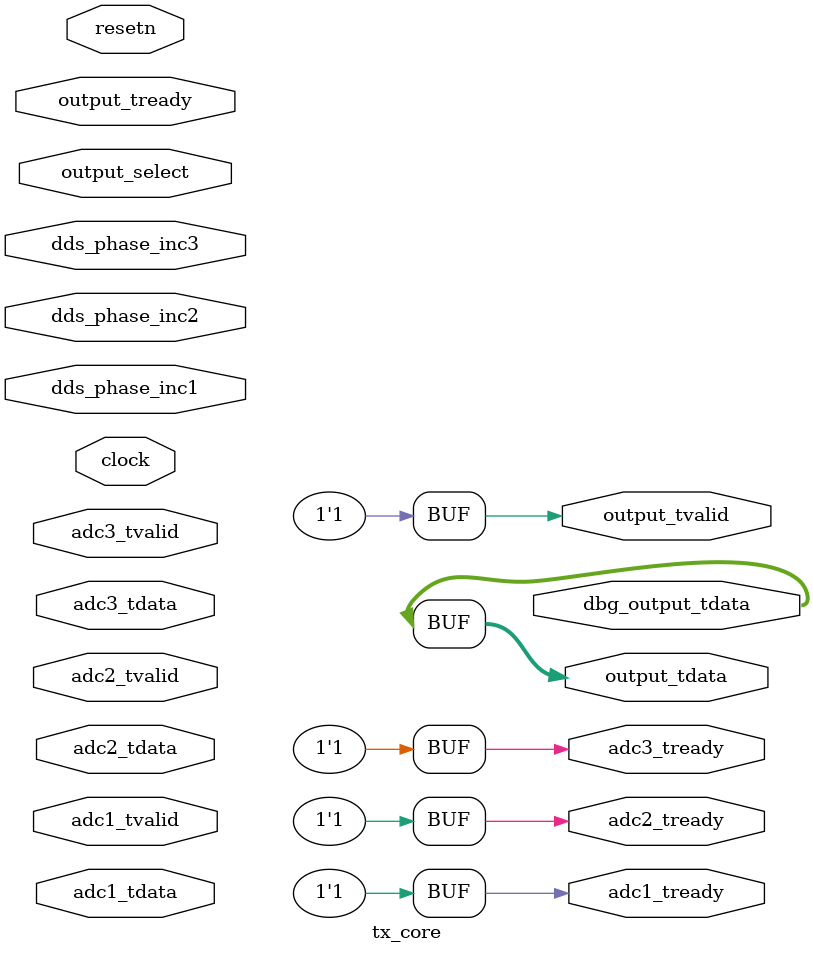
<source format=sv>
`timescale 1ns / 1ps

module tx_core
  #(
     parameter NUMBER_OF_LINE = 8
   )
   (
     input clock,
     input resetn,
     input adc1_tvalid,
     input [16*NUMBER_OF_LINE-1:0] adc1_tdata,
     output adc1_tready,
     input [15:0] dds_phase_inc1,
     input adc2_tvalid,
     input [16*NUMBER_OF_LINE-1:0] adc2_tdata,
     output adc2_tready,
     input [15:0] dds_phase_inc2,
     input adc3_tvalid,
     input [16*NUMBER_OF_LINE-1:0] adc3_tdata,
     output adc3_tready,
     input [15:0] dds_phase_inc3,
     input [2:0] output_select,
     input output_tready,
     output logic [2*16*NUMBER_OF_LINE-1:0] output_tdata,
     output output_tvalid,
     output logic [2*16*NUMBER_OF_LINE-1:0] dbg_output_tdata
   );

  genvar i;
  logic [13:0] adc1_data_array[NUMBER_OF_LINE];
  logic [16*NUMBER_OF_LINE-1:0] adc1_data_i_shift;
  logic [16*NUMBER_OF_LINE-1:0] adc1_data_q_shift;
  logic [16*NUMBER_OF_LINE-1:0] adc2_data_i_shift;
  logic [16*NUMBER_OF_LINE-1:0] adc2_data_q_shift;
  logic [16*NUMBER_OF_LINE-1:0] adc3_data_i_shift;
  logic [16*NUMBER_OF_LINE-1:0] adc3_data_q_shift;
  logic [2*16*NUMBER_OF_LINE-1:0] output_data_temp;

  // rearrange input adc signal
  assign adc1_tready = 1;
  assign adc2_tready = 1;
  assign adc3_tready = 1;

  iq_freq_shift
    #(NUMBER_OF_LINE)
    iq_freq_shift_inst1
    (
      .clock(clock),
      .resetn(adc1_tvalid && resetn),
      .data_in_i(adc1_tdata),
      .data_in_q(),
      .dds_phase_inc(dds_phase_inc1),
      .data_out_i(adc1_data_i_shift),
      .data_out_q(adc1_data_q_shift)
    );

  iq_freq_shift
    #(NUMBER_OF_LINE)
    iq_freq_shift_inst2
    (
      .clock(clock),
      .resetn(adc3_tvalid && resetn),
      .data_in_i(adc2_tdata),
      .data_in_q(),
      .dds_phase_inc(dds_phase_inc2),
      .data_out_i(adc2_data_i_shift),
      .data_out_q(adc2_data_q_shift)
    );

  iq_freq_shift
    #(NUMBER_OF_LINE)
    iq_freq_shift_inst3
    (
      .clock(clock),
      .resetn(adc3_tvalid && resetn),
      .data_in_i(adc3_tdata),
      .data_in_q(),
      .dds_phase_inc(dds_phase_inc3),
      .data_out_i(adc3_data_i_shift),
      .data_out_q(adc3_data_q_shift)
    );

  always @(posedge clock)
  begin
    case (output_select)
      1:
        output_data_temp <= {adc1_data_q_shift,adc1_data_i_shift};
      2:
        output_data_temp <= {adc2_data_q_shift,adc2_data_i_shift};
      3:
        output_data_temp <= {adc3_data_q_shift,adc3_data_i_shift};
      default:
        output_data_temp <= {adc1_data_q_shift,adc1_data_i_shift};
    endcase
  end
  generate
    for (i = 0; i < NUMBER_OF_LINE; i = i + 1)
    begin
      always @(posedge clock)
      begin
        output_data[16*(2*i+1)-1:16*(2*i)] <= output_data_temp[16*(i+1)-1:16*i];
        output_data[16*(2*i+2)-1:16*(2*i+1)]<= output_data_temp[16*(i+1)-1+128:16*i+128];
      end
    end
  endgenerate
  assign dbg_output_tdata = output_tdata;
  assign output_tvalid = 1;

endmodule

</source>
